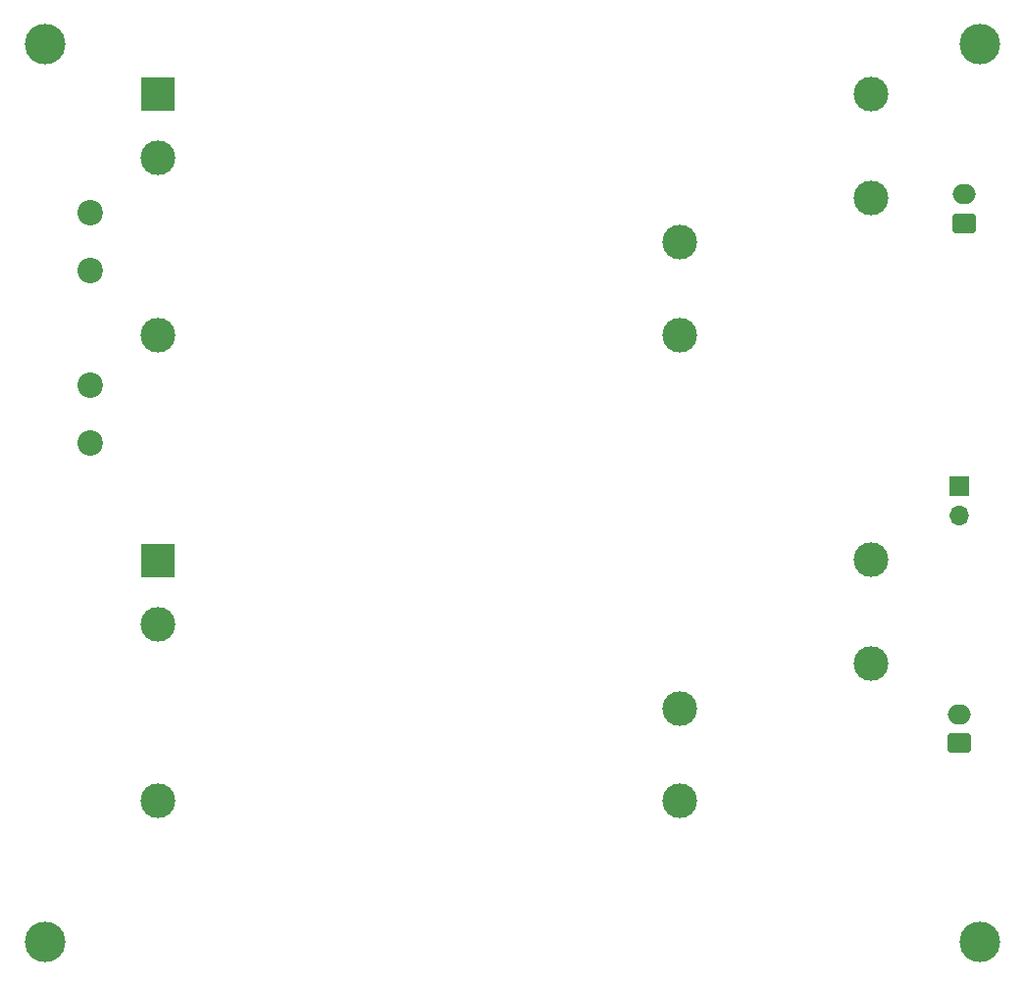
<source format=gbr>
%TF.GenerationSoftware,KiCad,Pcbnew,8.0.1*%
%TF.CreationDate,2024-04-15T18:30:32+02:00*%
%TF.ProjectId,Meanwell IRM Board,4d65616e-7765-46c6-9c20-49524d20426f,rev?*%
%TF.SameCoordinates,Original*%
%TF.FileFunction,Soldermask,Bot*%
%TF.FilePolarity,Negative*%
%FSLAX46Y46*%
G04 Gerber Fmt 4.6, Leading zero omitted, Abs format (unit mm)*
G04 Created by KiCad (PCBNEW 8.0.1) date 2024-04-15 18:30:32*
%MOMM*%
%LPD*%
G01*
G04 APERTURE LIST*
G04 Aperture macros list*
%AMRoundRect*
0 Rectangle with rounded corners*
0 $1 Rounding radius*
0 $2 $3 $4 $5 $6 $7 $8 $9 X,Y pos of 4 corners*
0 Add a 4 corners polygon primitive as box body*
4,1,4,$2,$3,$4,$5,$6,$7,$8,$9,$2,$3,0*
0 Add four circle primitives for the rounded corners*
1,1,$1+$1,$2,$3*
1,1,$1+$1,$4,$5*
1,1,$1+$1,$6,$7*
1,1,$1+$1,$8,$9*
0 Add four rect primitives between the rounded corners*
20,1,$1+$1,$2,$3,$4,$5,0*
20,1,$1+$1,$4,$5,$6,$7,0*
20,1,$1+$1,$6,$7,$8,$9,0*
20,1,$1+$1,$8,$9,$2,$3,0*%
G04 Aperture macros list end*
%ADD10C,3.500000*%
%ADD11R,3.000000X3.000000*%
%ADD12C,3.000000*%
%ADD13RoundRect,0.250000X0.750000X-0.600000X0.750000X0.600000X-0.750000X0.600000X-0.750000X-0.600000X0*%
%ADD14O,2.000000X1.700000*%
%ADD15R,1.700000X1.700000*%
%ADD16O,1.700000X1.700000*%
%ADD17C,2.200000*%
G04 APERTURE END LIST*
D10*
%TO.C,H4*%
X103350000Y-127300000D03*
%TD*%
%TO.C,H3*%
X184050000Y-127300000D03*
%TD*%
%TO.C,H2*%
X184050000Y-49700000D03*
%TD*%
%TO.C,H1*%
X103350000Y-49700000D03*
%TD*%
D11*
%TO.C,PS2*%
X113150000Y-94300000D03*
D12*
X113150000Y-99800000D03*
X113150000Y-115100000D03*
X158150000Y-115100000D03*
X174650000Y-94250000D03*
X158150000Y-107100000D03*
X174650000Y-103250000D03*
%TD*%
D11*
%TO.C,PS1*%
X113150000Y-54050000D03*
D12*
X113150000Y-59550000D03*
X113150000Y-74850000D03*
X158150000Y-74850000D03*
X174650000Y-54000000D03*
X158150000Y-66850000D03*
X174650000Y-63000000D03*
%TD*%
D13*
%TO.C,J5*%
X182300000Y-110100000D03*
D14*
X182300000Y-107600000D03*
%TD*%
%TO.C,J4*%
X182700000Y-62700000D03*
D13*
X182700000Y-65200000D03*
%TD*%
D15*
%TO.C,J3*%
X182300000Y-87925000D03*
D16*
X182300000Y-90465000D03*
%TD*%
D17*
%TO.C,J2*%
X107300000Y-84200000D03*
X107300000Y-79200000D03*
%TD*%
%TO.C,J1*%
X107300000Y-69300000D03*
X107300000Y-64300000D03*
%TD*%
M02*

</source>
